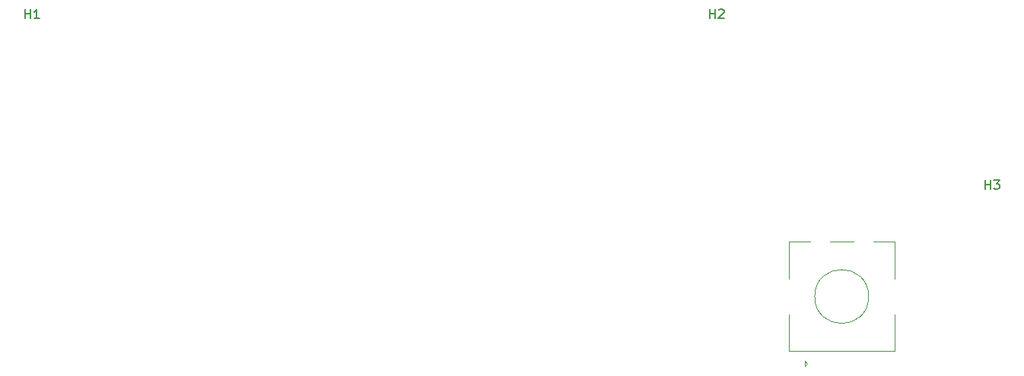
<source format=gbr>
%TF.GenerationSoftware,KiCad,Pcbnew,(5.99.0-11145-g173c9a974c)*%
%TF.CreationDate,2021-07-27T16:02:07-07:00*%
%TF.ProjectId,minibaen r2,6d696e69-6261-4656-9e20-72322e6b6963,rev?*%
%TF.SameCoordinates,Original*%
%TF.FileFunction,Legend,Top*%
%TF.FilePolarity,Positive*%
%FSLAX46Y46*%
G04 Gerber Fmt 4.6, Leading zero omitted, Abs format (unit mm)*
G04 Created by KiCad (PCBNEW (5.99.0-11145-g173c9a974c)) date 2021-07-27 16:02:07*
%MOMM*%
%LPD*%
G01*
G04 APERTURE LIST*
%ADD10C,0.150000*%
%ADD11C,0.120000*%
%ADD12R,1.700000X1.700000*%
%ADD13O,1.700000X1.700000*%
%ADD14C,3.987800*%
%ADD15C,1.750000*%
%ADD16R,2.000000X2.000000*%
%ADD17C,2.000000*%
%ADD18C,3.048000*%
%ADD19C,3.800000*%
%ADD20C,0.650000*%
%ADD21O,1.000000X1.600000*%
%ADD22O,1.000000X2.100000*%
G04 APERTURE END LIST*
D10*
%TO.C,H1*%
X58559095Y-45177380D02*
X58559095Y-44177380D01*
X58559095Y-44653571D02*
X59130523Y-44653571D01*
X59130523Y-45177380D02*
X59130523Y-44177380D01*
X60130523Y-45177380D02*
X59559095Y-45177380D01*
X59844809Y-45177380D02*
X59844809Y-44177380D01*
X59749571Y-44320238D01*
X59654333Y-44415476D01*
X59559095Y-44463095D01*
%TO.C,H2*%
X134759095Y-45177380D02*
X134759095Y-44177380D01*
X134759095Y-44653571D02*
X135330523Y-44653571D01*
X135330523Y-45177380D02*
X135330523Y-44177380D01*
X135759095Y-44272619D02*
X135806714Y-44225000D01*
X135901952Y-44177380D01*
X136140047Y-44177380D01*
X136235285Y-44225000D01*
X136282904Y-44272619D01*
X136330523Y-44367857D01*
X136330523Y-44463095D01*
X136282904Y-44605952D01*
X135711476Y-45177380D01*
X136330523Y-45177380D01*
%TO.C,H3*%
X165409095Y-64227380D02*
X165409095Y-63227380D01*
X165409095Y-63703571D02*
X165980523Y-63703571D01*
X165980523Y-64227380D02*
X165980523Y-63227380D01*
X166361476Y-63227380D02*
X166980523Y-63227380D01*
X166647190Y-63608333D01*
X166790047Y-63608333D01*
X166885285Y-63655952D01*
X166932904Y-63703571D01*
X166980523Y-63798809D01*
X166980523Y-64036904D01*
X166932904Y-64132142D01*
X166885285Y-64179761D01*
X166790047Y-64227380D01*
X166504333Y-64227380D01*
X166409095Y-64179761D01*
X166361476Y-64132142D01*
D11*
%TO.C,SW2*%
X149440000Y-76700000D02*
X149440000Y-75700000D01*
X143540000Y-82300000D02*
X155340000Y-82300000D01*
X155340000Y-78200000D02*
X155340000Y-82300000D01*
X145340000Y-84000000D02*
X145340000Y-83400000D01*
X152940000Y-70100000D02*
X155340000Y-70100000D01*
X143540000Y-78200000D02*
X143540000Y-82300000D01*
X143540000Y-70100000D02*
X145940000Y-70100000D01*
X143540000Y-74200000D02*
X143540000Y-70100000D01*
X148140000Y-70100000D02*
X150740000Y-70100000D01*
X148940000Y-76200000D02*
X149940000Y-76200000D01*
X155340000Y-70100000D02*
X155340000Y-74200000D01*
X145340000Y-83400000D02*
X145640000Y-83700000D01*
X145640000Y-83700000D02*
X145340000Y-84000000D01*
X152440000Y-76200000D02*
G75*
G03*
X152440000Y-76200000I-3000000J0D01*
G01*
%TD*%
%LPC*%
D12*
%TO.C,SW1*%
X32300000Y-80000000D03*
D13*
X32300000Y-82540000D03*
%TD*%
D14*
%TO.C,MX5*%
X112080000Y-38100000D03*
D15*
X117160000Y-38100000D03*
X107000000Y-38100000D03*
%TD*%
%TO.C,MX1*%
X42440000Y-38100000D03*
D14*
X37360000Y-38100000D03*
D15*
X32280000Y-38100000D03*
%TD*%
%TO.C,MX35*%
X181720000Y-76200000D03*
D14*
X186800000Y-76200000D03*
D15*
X191880000Y-76200000D03*
%TD*%
%TO.C,MX47*%
X173200000Y-95250000D03*
X163040000Y-95250000D03*
D14*
X168120000Y-95250000D03*
%TD*%
D16*
%TO.C,SW2*%
X146940000Y-83700000D03*
D17*
X151940000Y-83700000D03*
X149440000Y-83700000D03*
X151940000Y-69200000D03*
X146940000Y-69200000D03*
%TD*%
D15*
%TO.C,MX42*%
X79800000Y-95250000D03*
X69640000Y-95250000D03*
D14*
X74720000Y-95250000D03*
%TD*%
%TO.C,MX56*%
X130390000Y-86995000D03*
D18*
X130390000Y-102235000D03*
D14*
X168490000Y-86995000D03*
D15*
X144360000Y-95250000D03*
D14*
X149440000Y-95250000D03*
D15*
X154520000Y-95250000D03*
D18*
X168490000Y-102235000D03*
%TD*%
D14*
%TO.C,MX40*%
X37360000Y-95250000D03*
D15*
X32280000Y-95250000D03*
X42440000Y-95250000D03*
%TD*%
D18*
%TO.C,MX58*%
X205850000Y-102235000D03*
D15*
X181720000Y-95250000D03*
X191880000Y-95250000D03*
D14*
X167750000Y-86995000D03*
X186800000Y-95250000D03*
D18*
X167750000Y-102235000D03*
D14*
X205850000Y-86995000D03*
%TD*%
D15*
%TO.C,MX36*%
X210560000Y-76200000D03*
D14*
X205480000Y-76200000D03*
D15*
X200400000Y-76200000D03*
%TD*%
%TO.C,MX29*%
X79800000Y-76200000D03*
X69640000Y-76200000D03*
D14*
X74720000Y-76200000D03*
%TD*%
D15*
%TO.C,MX15*%
X61120000Y-57150000D03*
D14*
X56040000Y-57150000D03*
D15*
X50960000Y-57150000D03*
%TD*%
%TO.C,MX22*%
X191880000Y-57150000D03*
D14*
X186800000Y-57150000D03*
D15*
X181720000Y-57150000D03*
%TD*%
%TO.C,MX55*%
X154520000Y-95250000D03*
D14*
X206590000Y-86995000D03*
X92290000Y-86995000D03*
D18*
X92290000Y-102235000D03*
D15*
X144360000Y-95250000D03*
D14*
X149440000Y-95250000D03*
D18*
X206590000Y-102235000D03*
%TD*%
D14*
%TO.C,MX11*%
X224160000Y-38100000D03*
D15*
X229240000Y-38100000D03*
X219080000Y-38100000D03*
%TD*%
D19*
%TO.C,H1*%
X59321000Y-47625000D03*
%TD*%
D15*
%TO.C,MX7*%
X154520000Y-38100000D03*
D14*
X149440000Y-38100000D03*
D15*
X144360000Y-38100000D03*
%TD*%
%TO.C,MX48*%
X191880000Y-95250000D03*
X181720000Y-95250000D03*
D14*
X186800000Y-95250000D03*
%TD*%
%TO.C,MX6*%
X130760000Y-38100000D03*
D15*
X125680000Y-38100000D03*
X135840000Y-38100000D03*
%TD*%
%TO.C,MX44*%
X112080000Y-100330000D03*
X112080000Y-90170000D03*
D14*
X112080000Y-95250000D03*
%TD*%
D15*
%TO.C,MX27*%
X32280000Y-76200000D03*
X42440000Y-76200000D03*
D14*
X37360000Y-76200000D03*
%TD*%
D15*
%TO.C,MX2*%
X50960000Y-38100000D03*
D14*
X56040000Y-38100000D03*
D15*
X61120000Y-38100000D03*
%TD*%
D14*
%TO.C,MX19*%
X130760000Y-57150000D03*
D15*
X135840000Y-57150000D03*
X125680000Y-57150000D03*
%TD*%
%TO.C,MX53*%
X116340000Y-95244000D03*
D14*
X121420000Y-95244000D03*
X109513750Y-86989000D03*
X133326250Y-86989000D03*
D18*
X109513750Y-102229000D03*
D15*
X126500000Y-95244000D03*
D18*
X133326250Y-102229000D03*
%TD*%
D14*
%TO.C,MX46*%
X149440000Y-95250000D03*
D15*
X144360000Y-95250000D03*
X154520000Y-95250000D03*
%TD*%
D14*
%TO.C,MX52*%
X261520000Y-95250000D03*
D15*
X256440000Y-95250000D03*
X266600000Y-95250000D03*
%TD*%
%TO.C,MX49*%
X205480000Y-100330000D03*
D14*
X205480000Y-95250000D03*
D15*
X205480000Y-90170000D03*
%TD*%
%TO.C,MX24*%
X229240000Y-57150000D03*
X219080000Y-57150000D03*
D14*
X224160000Y-57150000D03*
%TD*%
%TO.C,MX32*%
X130760000Y-76200000D03*
D15*
X135840000Y-76200000D03*
X125680000Y-76200000D03*
%TD*%
D14*
%TO.C,MX39*%
X261520000Y-76200000D03*
D15*
X266600000Y-76200000D03*
X256440000Y-76200000D03*
%TD*%
D14*
%TO.C,MX21*%
X168120000Y-57150000D03*
D15*
X163040000Y-57150000D03*
X173200000Y-57150000D03*
%TD*%
%TO.C,MX12*%
X237760000Y-38100000D03*
X247920000Y-38100000D03*
D14*
X242840000Y-38100000D03*
%TD*%
%TO.C,MX33*%
X149440000Y-76200000D03*
D15*
X144360000Y-76200000D03*
X154520000Y-76200000D03*
%TD*%
%TO.C,MX57*%
X172380000Y-95244000D03*
D14*
X165553750Y-86989000D03*
X177460000Y-95244000D03*
D18*
X189366250Y-102229000D03*
D14*
X189366250Y-86989000D03*
D15*
X182540000Y-95244000D03*
D18*
X165553750Y-102229000D03*
%TD*%
D15*
%TO.C,MX23*%
X210560000Y-57150000D03*
X200400000Y-57150000D03*
D14*
X205480000Y-57150000D03*
%TD*%
D19*
%TO.C,H2*%
X135521000Y-47625000D03*
%TD*%
D15*
%TO.C,MX17*%
X98480000Y-57150000D03*
X88320000Y-57150000D03*
D14*
X93400000Y-57150000D03*
%TD*%
%TO.C,MX30*%
X93400000Y-76200000D03*
D15*
X88320000Y-76200000D03*
X98480000Y-76200000D03*
%TD*%
D14*
%TO.C,MX41*%
X56040000Y-95250000D03*
D15*
X50960000Y-95250000D03*
X61120000Y-95250000D03*
%TD*%
%TO.C,MX9*%
X191880000Y-38100000D03*
D14*
X186800000Y-38100000D03*
D15*
X181720000Y-38100000D03*
%TD*%
D14*
%TO.C,MX51*%
X242840000Y-95250000D03*
D15*
X237760000Y-95250000D03*
X247920000Y-95250000D03*
%TD*%
D19*
%TO.C,H3*%
X166171000Y-66675000D03*
%TD*%
D14*
%TO.C,MX10*%
X205480000Y-38100000D03*
D15*
X210560000Y-38100000D03*
X200400000Y-38100000D03*
%TD*%
%TO.C,MX8*%
X173200000Y-38100000D03*
X163040000Y-38100000D03*
D14*
X168120000Y-38100000D03*
%TD*%
D15*
%TO.C,MX3*%
X69640000Y-38100000D03*
X79800000Y-38100000D03*
D14*
X74720000Y-38100000D03*
%TD*%
D15*
%TO.C,MX20*%
X154520000Y-57150000D03*
X144360000Y-57150000D03*
D14*
X149440000Y-57150000D03*
%TD*%
D15*
%TO.C,MX31*%
X107000000Y-76200000D03*
X117160000Y-76200000D03*
D14*
X112080000Y-76200000D03*
%TD*%
D15*
%TO.C,MX18*%
X117160000Y-57150000D03*
D14*
X112080000Y-57150000D03*
D15*
X107000000Y-57150000D03*
%TD*%
%TO.C,MX4*%
X88320000Y-38100000D03*
D14*
X93400000Y-38100000D03*
D15*
X98480000Y-38100000D03*
%TD*%
%TO.C,MX54*%
X112080000Y-100330000D03*
D18*
X93030000Y-102235000D03*
D14*
X112080000Y-95250000D03*
X93030000Y-86995000D03*
X131130000Y-86995000D03*
D18*
X131130000Y-102235000D03*
D15*
X112080000Y-90170000D03*
%TD*%
%TO.C,MX28*%
X50960000Y-76200000D03*
X61120000Y-76200000D03*
D14*
X56040000Y-76200000D03*
%TD*%
D15*
%TO.C,MX38*%
X237760000Y-76200000D03*
X247920000Y-76200000D03*
D14*
X242840000Y-76200000D03*
%TD*%
D15*
%TO.C,MX26*%
X266600000Y-57150000D03*
D14*
X261520000Y-57150000D03*
D15*
X256440000Y-57150000D03*
%TD*%
%TO.C,MX25*%
X237760000Y-57150000D03*
X247920000Y-57150000D03*
D14*
X242840000Y-57150000D03*
%TD*%
D15*
%TO.C,MX16*%
X69640000Y-57150000D03*
X79800000Y-57150000D03*
D14*
X74720000Y-57150000D03*
%TD*%
%TO.C,MX34*%
X168120000Y-76200000D03*
D15*
X163040000Y-76200000D03*
X173200000Y-76200000D03*
%TD*%
D14*
%TO.C,MX45*%
X130760000Y-95250000D03*
D15*
X135840000Y-95250000D03*
X125680000Y-95250000D03*
%TD*%
%TO.C,MX37*%
X219080000Y-76200000D03*
X229240000Y-76200000D03*
D14*
X224160000Y-76200000D03*
%TD*%
D15*
%TO.C,MX14*%
X42440000Y-57150000D03*
X32280000Y-57150000D03*
D14*
X37360000Y-57150000D03*
%TD*%
D15*
%TO.C,MX13*%
X266600000Y-38100000D03*
X256440000Y-38100000D03*
D14*
X261520000Y-38100000D03*
%TD*%
%TO.C,MX43*%
X93400000Y-95250000D03*
D15*
X98480000Y-95250000D03*
X88320000Y-95250000D03*
%TD*%
%TO.C,MX50*%
X229240000Y-95250000D03*
D14*
X224160000Y-95250000D03*
D15*
X219080000Y-95250000D03*
%TD*%
D20*
%TO.C,USB1*%
X244008000Y-32327500D03*
X238228000Y-32327500D03*
D21*
X245438000Y-28677500D03*
D22*
X245438000Y-32857500D03*
X236798000Y-32857500D03*
D21*
X236798000Y-28677500D03*
%TD*%
M02*

</source>
